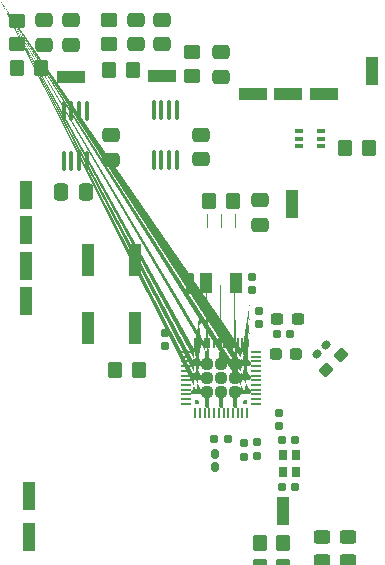
<source format=gbr>
%TF.GenerationSoftware,KiCad,Pcbnew,7.0.9+1*%
%TF.CreationDate,2024-01-05T17:55:25+01:00*%
%TF.ProjectId,sensor,73656e73-6f72-42e6-9b69-6361645f7063,rev?*%
%TF.SameCoordinates,Original*%
%TF.FileFunction,Paste,Top*%
%TF.FilePolarity,Positive*%
%FSLAX46Y46*%
G04 Gerber Fmt 4.6, Leading zero omitted, Abs format (unit mm)*
G04 Created by KiCad (PCBNEW 7.0.9+1) date 2024-01-05 17:55:25*
%MOMM*%
%LPD*%
G01*
G04 APERTURE LIST*
G04 Aperture macros list*
%AMRoundRect*
0 Rectangle with rounded corners*
0 $1 Rounding radius*
0 $2 $3 $4 $5 $6 $7 $8 $9 X,Y pos of 4 corners*
0 Add a 4 corners polygon primitive as box body*
4,1,4,$2,$3,$4,$5,$6,$7,$8,$9,$2,$3,0*
0 Add four circle primitives for the rounded corners*
1,1,$1+$1,$2,$3*
1,1,$1+$1,$4,$5*
1,1,$1+$1,$6,$7*
1,1,$1+$1,$8,$9*
0 Add four rect primitives between the rounded corners*
20,1,$1+$1,$2,$3,$4,$5,0*
20,1,$1+$1,$4,$5,$6,$7,0*
20,1,$1+$1,$6,$7,$8,$9,0*
20,1,$1+$1,$8,$9,$2,$3,0*%
%AMFreePoly0*
4,1,48,0.115957,0.196624,0.131920,0.196624,0.144834,0.187241,0.160014,0.182309,0.169395,0.169395,0.182309,0.160014,0.187241,0.144834,0.196624,0.131920,0.196624,0.115957,0.201556,0.100778,0.201556,0.026143,0.199043,0.018408,0.200315,0.010378,0.189601,-0.010648,0.182309,-0.033093,0.175730,-0.037872,0.172039,-0.045118,0.045118,-0.172039,0.037872,-0.175730,0.033093,-0.182309,
0.010648,-0.189601,-0.010378,-0.200315,-0.018409,-0.199043,-0.026143,-0.201556,-0.100778,-0.201556,-0.115957,-0.196624,-0.131920,-0.196624,-0.144834,-0.187241,-0.160014,-0.182309,-0.169395,-0.169395,-0.182309,-0.160014,-0.187241,-0.144834,-0.196624,-0.131920,-0.196624,-0.115957,-0.201556,-0.100778,-0.201556,0.100778,-0.196624,0.115957,-0.196624,0.131920,-0.187241,0.144834,-0.182309,0.160014,
-0.169395,0.169395,-0.160014,0.182309,-0.144834,0.187241,-0.131920,0.196624,-0.115957,0.196624,-0.100778,0.201556,0.100778,0.201556,0.115957,0.196624,0.115957,0.196624,$1*%
%AMFreePoly1*
4,1,51,0.053925,0.482835,0.056101,0.483419,0.059434,0.481864,0.077391,0.478698,0.091360,0.466976,0.107888,0.459269,0.177090,0.390068,0.180063,0.385820,0.182014,0.384695,0.183271,0.381239,0.193730,0.366303,0.195319,0.348137,0.201557,0.331000,0.201557,-0.331000,0.200656,-0.336106,0.201239,-0.338281,0.199685,-0.341612,0.196519,-0.359570,0.184797,-0.373539,0.177090,-0.390068,
0.107888,-0.459269,0.103642,-0.462241,0.102516,-0.464193,0.099059,-0.465451,0.084124,-0.475909,0.065958,-0.477498,0.048821,-0.483736,-0.118023,-0.483736,-0.128873,-0.481822,-0.132529,-0.482467,-0.135743,-0.480611,-0.146593,-0.478698,-0.163216,-0.464749,-0.182014,-0.453897,-0.184592,-0.446813,-0.190366,-0.441969,-0.194134,-0.420595,-0.201557,-0.400202,-0.201557,0.400202,-0.199643,0.411052,
-0.200288,0.414708,-0.198432,0.417922,-0.196519,0.428772,-0.182570,0.445395,-0.171718,0.464193,-0.164634,0.466771,-0.159790,0.472545,-0.138416,0.476313,-0.118023,0.483736,0.048821,0.483736,0.053925,0.482835,0.053925,0.482835,$1*%
%AMFreePoly2*
4,1,48,-0.018409,0.199043,-0.010378,0.200315,0.010648,0.189601,0.033093,0.182309,0.037872,0.175730,0.045118,0.172039,0.172039,0.045118,0.175730,0.037872,0.182309,0.033093,0.189601,0.010648,0.200315,-0.010378,0.199043,-0.018408,0.201556,-0.026143,0.201556,-0.100778,0.196624,-0.115957,0.196624,-0.131920,0.187241,-0.144834,0.182309,-0.160014,0.169395,-0.169395,0.160014,-0.182309,
0.144834,-0.187241,0.131920,-0.196624,0.115957,-0.196624,0.100778,-0.201556,-0.100778,-0.201556,-0.115957,-0.196624,-0.131920,-0.196624,-0.144834,-0.187241,-0.160014,-0.182309,-0.169395,-0.169395,-0.182309,-0.160014,-0.187241,-0.144834,-0.196624,-0.131920,-0.196624,-0.115957,-0.201556,-0.100778,-0.201556,0.100778,-0.196624,0.115957,-0.196624,0.131920,-0.187241,0.144834,-0.182309,0.160014,
-0.169395,0.169395,-0.160014,0.182309,-0.144834,0.187241,-0.131920,0.196624,-0.115957,0.196624,-0.100778,0.201556,-0.026143,0.201556,-0.018409,0.199043,-0.018409,0.199043,$1*%
%AMFreePoly3*
4,1,51,0.411052,0.199643,0.414708,0.200288,0.417922,0.198432,0.428772,0.196519,0.445395,0.182570,0.464193,0.171718,0.466771,0.164634,0.472545,0.159790,0.476313,0.138416,0.483736,0.118023,0.483736,-0.048821,0.482835,-0.053927,0.483418,-0.056102,0.481864,-0.059433,0.478698,-0.077391,0.466976,-0.091360,0.459269,-0.107889,0.390067,-0.177090,0.385821,-0.180062,0.384695,-0.182014,
0.381238,-0.183272,0.366303,-0.193730,0.348137,-0.195319,0.331000,-0.201557,-0.331000,-0.201557,-0.336106,-0.200656,-0.338281,-0.201239,-0.341612,-0.199685,-0.359570,-0.196519,-0.373539,-0.184797,-0.390068,-0.177090,-0.459269,-0.107888,-0.462241,-0.103642,-0.464193,-0.102516,-0.465451,-0.099059,-0.475909,-0.084124,-0.477498,-0.065958,-0.483736,-0.048821,-0.483736,0.118023,-0.481822,0.128873,
-0.482467,0.132529,-0.480611,0.135743,-0.478698,0.146593,-0.464749,0.163216,-0.453897,0.182014,-0.446813,0.184592,-0.441969,0.190366,-0.420595,0.194134,-0.400202,0.201557,0.400202,0.201557,0.411052,0.199643,0.411052,0.199643,$1*%
%AMFreePoly4*
4,1,51,0.336104,0.200656,0.338280,0.201240,0.341613,0.199685,0.359570,0.196519,0.373539,0.184797,0.390067,0.177090,0.459269,0.107889,0.462242,0.103641,0.464193,0.102516,0.465450,0.099060,0.475909,0.084124,0.477498,0.065958,0.483736,0.048821,0.483736,-0.118023,0.481822,-0.128873,0.482467,-0.132529,0.480611,-0.135743,0.478698,-0.146593,0.464749,-0.163216,0.453897,-0.182014,
0.446813,-0.184592,0.441969,-0.190366,0.420595,-0.194134,0.400202,-0.201557,-0.400202,-0.201557,-0.411052,-0.199643,-0.414708,-0.200288,-0.417922,-0.198432,-0.428772,-0.196519,-0.445395,-0.182570,-0.464193,-0.171718,-0.466771,-0.164634,-0.472545,-0.159790,-0.476313,-0.138416,-0.483736,-0.118023,-0.483736,0.048821,-0.482835,0.053925,-0.483419,0.056101,-0.481864,0.059434,-0.478698,0.077391,
-0.466976,0.091360,-0.459269,0.107888,-0.390068,0.177090,-0.385820,0.180063,-0.384695,0.182014,-0.381239,0.183271,-0.366303,0.193730,-0.348137,0.195319,-0.331000,0.201557,0.331000,0.201557,0.336104,0.200656,0.336104,0.200656,$1*%
%AMFreePoly5*
4,1,48,0.115957,0.196624,0.131920,0.196624,0.144834,0.187241,0.160014,0.182309,0.169395,0.169395,0.182309,0.160014,0.187241,0.144834,0.196624,0.131920,0.196624,0.115957,0.201556,0.100778,0.201556,-0.100778,0.196624,-0.115957,0.196624,-0.131920,0.187241,-0.144834,0.182309,-0.160014,0.169395,-0.169395,0.160014,-0.182309,0.144834,-0.187241,0.131920,-0.196624,0.115957,-0.196624,
0.100778,-0.201556,0.026143,-0.201556,0.018408,-0.199043,0.010378,-0.200315,-0.010648,-0.189601,-0.033093,-0.182309,-0.037872,-0.175730,-0.045118,-0.172039,-0.172039,-0.045118,-0.175730,-0.037872,-0.182309,-0.033093,-0.189601,-0.010648,-0.200315,0.010378,-0.199043,0.018409,-0.201556,0.026143,-0.201556,0.100778,-0.196624,0.115957,-0.196624,0.131920,-0.187241,0.144834,-0.182309,0.160014,
-0.169395,0.169395,-0.160014,0.182309,-0.144834,0.187241,-0.131920,0.196624,-0.115957,0.196624,-0.100778,0.201556,0.100778,0.201556,0.115957,0.196624,0.115957,0.196624,$1*%
%AMFreePoly6*
4,1,51,0.128873,0.481822,0.132529,0.482467,0.135743,0.480611,0.146593,0.478698,0.163216,0.464749,0.182014,0.453897,0.184592,0.446813,0.190366,0.441969,0.194134,0.420595,0.201557,0.400202,0.201557,-0.400202,0.199643,-0.411052,0.200288,-0.414708,0.198432,-0.417922,0.196519,-0.428772,0.182570,-0.445395,0.171718,-0.464193,0.164634,-0.466771,0.159790,-0.472545,0.138416,-0.476313,
0.118023,-0.483736,-0.048821,-0.483736,-0.053927,-0.482835,-0.056102,-0.483418,-0.059433,-0.481864,-0.077391,-0.478698,-0.091360,-0.466976,-0.107889,-0.459269,-0.177090,-0.390067,-0.180062,-0.385821,-0.182014,-0.384695,-0.183272,-0.381238,-0.193730,-0.366303,-0.195319,-0.348137,-0.201557,-0.331000,-0.201557,0.331000,-0.200656,0.336104,-0.201240,0.338280,-0.199685,0.341613,-0.196519,0.359570,
-0.184797,0.373539,-0.177090,0.390067,-0.107889,0.459269,-0.103641,0.462242,-0.102516,0.464193,-0.099060,0.465450,-0.084124,0.475909,-0.065958,0.477498,-0.048821,0.483736,0.118023,0.483736,0.128873,0.481822,0.128873,0.481822,$1*%
%AMFreePoly7*
4,1,48,0.115957,0.196624,0.131920,0.196624,0.144834,0.187241,0.160014,0.182309,0.169395,0.169395,0.182309,0.160014,0.187241,0.144834,0.196624,0.131920,0.196624,0.115957,0.201556,0.100778,0.201556,-0.100778,0.196624,-0.115957,0.196624,-0.131920,0.187241,-0.144834,0.182309,-0.160014,0.169395,-0.169395,0.160014,-0.182309,0.144834,-0.187241,0.131920,-0.196624,0.115957,-0.196624,
0.100778,-0.201556,-0.100778,-0.201556,-0.115957,-0.196624,-0.131920,-0.196624,-0.144834,-0.187241,-0.160014,-0.182309,-0.169395,-0.169395,-0.182309,-0.160014,-0.187241,-0.144834,-0.196624,-0.131920,-0.196624,-0.115957,-0.201556,-0.100778,-0.201556,-0.026143,-0.199043,-0.018409,-0.200315,-0.010378,-0.189601,0.010648,-0.182309,0.033093,-0.175730,0.037872,-0.172039,0.045118,-0.045118,0.172039,
-0.037872,0.175730,-0.033093,0.182309,-0.010648,0.189601,0.010378,0.200315,0.018408,0.199043,0.026143,0.201556,0.100778,0.201556,0.115957,0.196624,0.115957,0.196624,$1*%
G04 Aperture macros list end*
%ADD10RoundRect,0.250000X0.350000X0.450000X-0.350000X0.450000X-0.350000X-0.450000X0.350000X-0.450000X0*%
%ADD11RoundRect,0.250000X0.450000X-0.325000X0.450000X0.325000X-0.450000X0.325000X-0.450000X-0.325000X0*%
%ADD12RoundRect,0.100000X-0.100000X0.712500X-0.100000X-0.712500X0.100000X-0.712500X0.100000X0.712500X0*%
%ADD13RoundRect,0.160000X0.044194X0.270468X-0.270468X-0.044194X-0.044194X-0.270468X0.270468X0.044194X0*%
%ADD14RoundRect,0.155000X0.212500X0.155000X-0.212500X0.155000X-0.212500X-0.155000X0.212500X-0.155000X0*%
%ADD15RoundRect,0.020000X0.480000X-1.180000X0.480000X1.180000X-0.480000X1.180000X-0.480000X-1.180000X0*%
%ADD16FreePoly0,270.000000*%
%ADD17FreePoly1,270.000000*%
%ADD18FreePoly2,270.000000*%
%ADD19FreePoly3,270.000000*%
%ADD20RoundRect,0.241868X-0.241867X0.241867X-0.241867X-0.241867X0.241867X-0.241867X0.241867X0.241867X0*%
%ADD21FreePoly4,270.000000*%
%ADD22FreePoly5,270.000000*%
%ADD23FreePoly6,270.000000*%
%ADD24FreePoly7,270.000000*%
%ADD25RoundRect,0.050000X-0.050000X0.350000X-0.050000X-0.350000X0.050000X-0.350000X0.050000X0.350000X0*%
%ADD26RoundRect,0.050000X-0.350000X0.050000X-0.350000X-0.050000X0.350000X-0.050000X0.350000X0.050000X0*%
%ADD27RoundRect,0.155000X-0.212500X-0.155000X0.212500X-0.155000X0.212500X0.155000X-0.212500X0.155000X0*%
%ADD28RoundRect,0.155000X-0.155000X0.212500X-0.155000X-0.212500X0.155000X-0.212500X0.155000X0.212500X0*%
%ADD29RoundRect,0.250000X0.475000X-0.337500X0.475000X0.337500X-0.475000X0.337500X-0.475000X-0.337500X0*%
%ADD30RoundRect,0.250000X-0.350000X-0.450000X0.350000X-0.450000X0.350000X0.450000X-0.350000X0.450000X0*%
%ADD31RoundRect,0.250000X-0.450000X0.350000X-0.450000X-0.350000X0.450000X-0.350000X0.450000X0.350000X0*%
%ADD32RoundRect,0.250000X-0.475000X0.337500X-0.475000X-0.337500X0.475000X-0.337500X0.475000X0.337500X0*%
%ADD33RoundRect,0.155000X0.155000X-0.212500X0.155000X0.212500X-0.155000X0.212500X-0.155000X-0.212500X0*%
%ADD34RoundRect,0.020000X1.180000X0.480000X-1.180000X0.480000X-1.180000X-0.480000X1.180000X-0.480000X0*%
%ADD35RoundRect,0.237500X0.287500X0.237500X-0.287500X0.237500X-0.287500X-0.237500X0.287500X-0.237500X0*%
%ADD36RoundRect,0.237500X-0.300000X-0.237500X0.300000X-0.237500X0.300000X0.237500X-0.300000X0.237500X0*%
%ADD37RoundRect,0.160000X0.160000X-0.222500X0.160000X0.222500X-0.160000X0.222500X-0.160000X-0.222500X0*%
%ADD38R,1.000000X2.750000*%
%ADD39RoundRect,0.250000X0.337500X0.475000X-0.337500X0.475000X-0.337500X-0.475000X0.337500X-0.475000X0*%
%ADD40RoundRect,0.020000X-1.180000X-0.480000X1.180000X-0.480000X1.180000X0.480000X-1.180000X0.480000X0*%
%ADD41RoundRect,0.237500X-0.044194X-0.380070X0.380070X0.044194X0.044194X0.380070X-0.380070X-0.044194X0*%
%ADD42RoundRect,0.250000X0.450000X-0.350000X0.450000X0.350000X-0.450000X0.350000X-0.450000X-0.350000X0*%
%ADD43R,0.650000X0.400000*%
%ADD44R,0.800000X0.900000*%
%ADD45R,1.000000X1.800000*%
G04 APERTURE END LIST*
D10*
%TO.C,R603*%
X141250000Y-108000000D03*
X139250000Y-108000000D03*
%TD*%
%TO.C,R602*%
X141250000Y-106000000D03*
X139250000Y-106000000D03*
%TD*%
D11*
%TO.C,D602*%
X144500000Y-107525000D03*
X144500000Y-105475000D03*
%TD*%
%TO.C,D601*%
X146750000Y-107525000D03*
X146750000Y-105475000D03*
%TD*%
D12*
%TO.C,U301*%
X124625000Y-69387500D03*
X123975000Y-69387500D03*
X123325000Y-69387500D03*
X122675000Y-69387500D03*
X122675000Y-73612500D03*
X123325000Y-73612500D03*
X123975000Y-73612500D03*
X124625000Y-73612500D03*
%TD*%
D13*
%TO.C,L602*%
X144904819Y-89190362D03*
X144095181Y-90000000D03*
%TD*%
D14*
%TO.C,C606*%
X142250000Y-101250000D03*
X141115000Y-101250000D03*
%TD*%
D15*
%TO.C,J403*%
X148750000Y-66000000D03*
%TD*%
D16*
%TO.C,U601*%
X138050000Y-89950000D03*
D17*
X137200000Y-89950000D03*
X136000000Y-89950000D03*
X134800000Y-89950000D03*
D18*
X133950000Y-89950000D03*
D19*
X138050000Y-90800000D03*
D20*
X137200000Y-90800000D03*
X136000000Y-90800000D03*
X134800000Y-90800000D03*
D21*
X133950000Y-90800000D03*
D19*
X138050000Y-92000000D03*
D20*
X137200000Y-92000000D03*
X136000000Y-92000000D03*
X134800000Y-92000000D03*
D21*
X133950000Y-92000000D03*
D19*
X138050000Y-93200000D03*
D20*
X137200000Y-93200000D03*
X136000000Y-93200000D03*
X134800000Y-93200000D03*
D21*
X133950000Y-93200000D03*
D22*
X138050000Y-94050000D03*
D23*
X137200000Y-94050000D03*
X136000000Y-94050000D03*
X134800000Y-94050000D03*
D24*
X133950000Y-94050000D03*
D25*
X138200000Y-89050000D03*
X137800000Y-89050000D03*
X137400000Y-89050000D03*
X137000000Y-89050000D03*
X136600000Y-89050000D03*
X136200000Y-89050000D03*
X135800000Y-89050000D03*
X135400000Y-89050000D03*
X135000000Y-89050000D03*
X134600000Y-89050000D03*
X134200000Y-89050000D03*
X133800000Y-89050000D03*
D26*
X133050000Y-89800000D03*
X133050000Y-90200000D03*
X133050000Y-90600000D03*
X133050000Y-91000000D03*
X133050000Y-91400000D03*
X133050000Y-91800000D03*
X133050000Y-92200000D03*
X133050000Y-92600000D03*
X133050000Y-93000000D03*
X133050000Y-93400000D03*
X133050000Y-93800000D03*
X133050000Y-94200000D03*
D25*
X133800000Y-94950000D03*
X134200000Y-94950000D03*
X134600000Y-94950000D03*
X135000000Y-94950000D03*
X135400000Y-94950000D03*
X135800000Y-94950000D03*
X136200000Y-94950000D03*
X136600000Y-94950000D03*
X137000000Y-94950000D03*
X137400000Y-94950000D03*
X137800000Y-94950000D03*
X138200000Y-94950000D03*
D26*
X138950000Y-94200000D03*
X138950000Y-93800000D03*
X138950000Y-93400000D03*
X138950000Y-93000000D03*
X138950000Y-92600000D03*
X138950000Y-92200000D03*
X138950000Y-91800000D03*
X138950000Y-91400000D03*
X138950000Y-91000000D03*
X138950000Y-90600000D03*
X138950000Y-90200000D03*
X138950000Y-89800000D03*
%TD*%
D15*
%TO.C,J203*%
X141250000Y-103250000D03*
%TD*%
D27*
%TO.C,C602*%
X140732500Y-88300000D03*
X141867500Y-88300000D03*
%TD*%
D28*
%TO.C,C608*%
X137900000Y-97532500D03*
X137900000Y-98667500D03*
%TD*%
D29*
%TO.C,C301*%
X121000000Y-63787500D03*
X121000000Y-61712500D03*
%TD*%
%TO.C,C304*%
X131000000Y-63750000D03*
X131000000Y-61675000D03*
%TD*%
D30*
%TO.C,R601*%
X127000000Y-91300000D03*
X129000000Y-91300000D03*
%TD*%
D15*
%TO.C,J207*%
X119500000Y-82500000D03*
%TD*%
D28*
%TO.C,C605*%
X139000000Y-97465000D03*
X139000000Y-98600000D03*
%TD*%
D31*
%TO.C,R303*%
X126500000Y-61712500D03*
X126500000Y-63712500D03*
%TD*%
D32*
%TO.C,C403*%
X136000000Y-64425000D03*
X136000000Y-66500000D03*
%TD*%
D33*
%TO.C,C611*%
X138600000Y-84567500D03*
X138600000Y-83432500D03*
%TD*%
D30*
%TO.C,R501*%
X135000000Y-77000000D03*
X137000000Y-77000000D03*
%TD*%
D34*
%TO.C,J402*%
X138670000Y-68000000D03*
%TD*%
D30*
%TO.C,R304*%
X126500000Y-65962500D03*
X128500000Y-65962500D03*
%TD*%
D15*
%TO.C,J501*%
X142000000Y-77250000D03*
%TD*%
D28*
%TO.C,C613*%
X140900000Y-94932500D03*
X140900000Y-96067500D03*
%TD*%
D30*
%TO.C,R401*%
X146500000Y-72500000D03*
X148500000Y-72500000D03*
%TD*%
D34*
%TO.C,J405*%
X144670000Y-68000000D03*
%TD*%
D12*
%TO.C,U302*%
X132225000Y-69350000D03*
X131575000Y-69350000D03*
X130925000Y-69350000D03*
X130275000Y-69350000D03*
X130275000Y-73575000D03*
X130925000Y-73575000D03*
X131575000Y-73575000D03*
X132225000Y-73575000D03*
%TD*%
D35*
%TO.C,L603*%
X142375000Y-90000000D03*
X140625000Y-90000000D03*
%TD*%
D15*
%TO.C,J208*%
X119500000Y-79500000D03*
%TD*%
D36*
%TO.C,C601*%
X140737500Y-87000000D03*
X142462500Y-87000000D03*
%TD*%
D37*
%TO.C,L601*%
X135500000Y-99572500D03*
X135500000Y-98427500D03*
%TD*%
D38*
%TO.C,SW601*%
X124700000Y-87775000D03*
X124700000Y-82025000D03*
X128700000Y-87775000D03*
X128700000Y-82025000D03*
%TD*%
D34*
%TO.C,J401*%
X141670000Y-68000000D03*
%TD*%
D39*
%TO.C,C401*%
X124537500Y-76250000D03*
X122462500Y-76250000D03*
%TD*%
D15*
%TO.C,J502*%
X119750000Y-102000000D03*
%TD*%
D33*
%TO.C,C604*%
X131250000Y-89317500D03*
X131250000Y-88182500D03*
%TD*%
%TO.C,C612*%
X133400000Y-84567500D03*
X133400000Y-83432500D03*
%TD*%
D40*
%TO.C,J302*%
X123300000Y-66500000D03*
%TD*%
D41*
%TO.C,C610*%
X144890120Y-91309880D03*
X146109880Y-90090120D03*
%TD*%
D42*
%TO.C,R302*%
X118750000Y-63750000D03*
X118750000Y-61750000D03*
%TD*%
D27*
%TO.C,C607*%
X141115000Y-97250000D03*
X142250000Y-97250000D03*
%TD*%
%TO.C,C603*%
X135432500Y-97200000D03*
X136567500Y-97200000D03*
%TD*%
D29*
%TO.C,C302*%
X123300000Y-63787500D03*
X123300000Y-61712500D03*
%TD*%
D32*
%TO.C,C501*%
X139250000Y-76962500D03*
X139250000Y-79037500D03*
%TD*%
D15*
%TO.C,J205*%
X119500000Y-76500000D03*
%TD*%
D43*
%TO.C,Q401*%
X144450000Y-72400000D03*
X144450000Y-71750000D03*
X144450000Y-71100000D03*
X142550000Y-71100000D03*
X142550000Y-71750000D03*
X142550000Y-72400000D03*
%TD*%
D29*
%TO.C,C303*%
X128750000Y-63750000D03*
X128750000Y-61675000D03*
%TD*%
D31*
%TO.C,R402*%
X133520000Y-64432500D03*
X133520000Y-66432500D03*
%TD*%
D40*
%TO.C,J301*%
X131000000Y-66462500D03*
%TD*%
D15*
%TO.C,J206*%
X119500000Y-85500000D03*
%TD*%
D44*
%TO.C,Y601*%
X141232500Y-98550000D03*
X141232500Y-99950000D03*
X142332500Y-99950000D03*
X142332500Y-98550000D03*
%TD*%
D33*
%TO.C,C609*%
X139200000Y-87467500D03*
X139200000Y-86332500D03*
%TD*%
D10*
%TO.C,R301*%
X120750000Y-65750000D03*
X118750000Y-65750000D03*
%TD*%
D15*
%TO.C,J204*%
X119750000Y-105500000D03*
%TD*%
D29*
%TO.C,C404*%
X134250000Y-73500000D03*
X134250000Y-71425000D03*
%TD*%
D45*
%TO.C,Y602*%
X134750000Y-84000000D03*
X137250000Y-84000000D03*
%TD*%
D29*
%TO.C,C402*%
X126675000Y-73537500D03*
X126675000Y-71462500D03*
%TD*%
M02*

</source>
